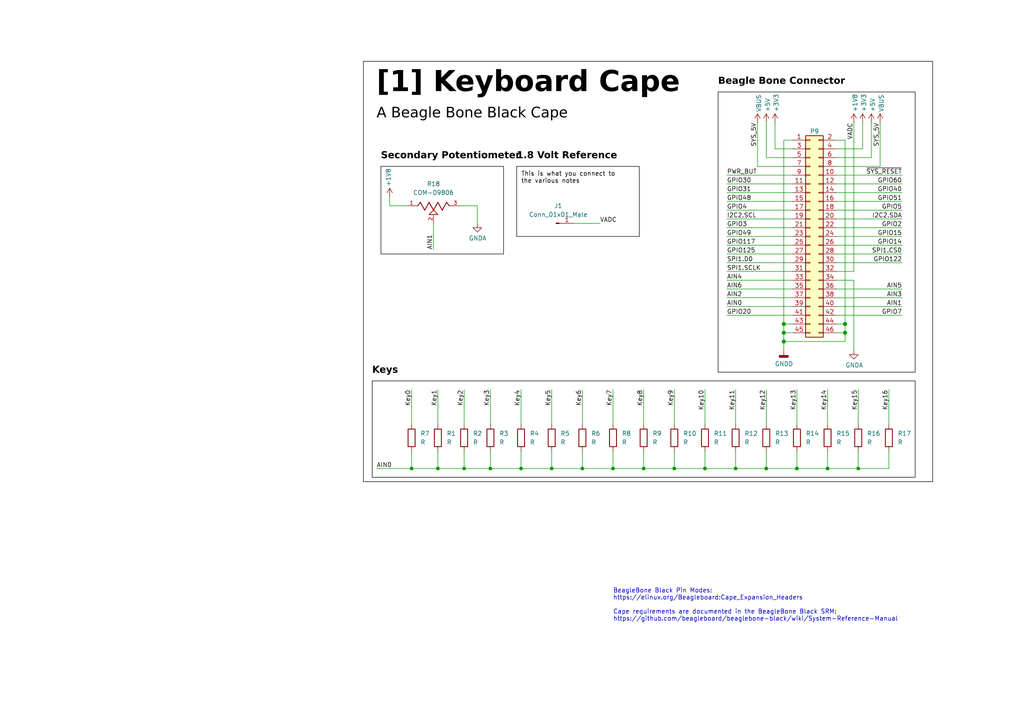
<source format=kicad_sch>
(kicad_sch (version 20230121) (generator eeschema)
  (paper "A4")
  (lib_symbols
    (symbol "COM-09806:COM-09806" (pin_names (offset 1.016))
      (property "Reference" "R" (at -5.08 5.08 0))
      (property "Value" "COM-09806" (at -5.08 2.54 0))
      (symbol "COM-09806_0_0"
        (polyline (pts (xy -5.08 0) (xy -4.572 0)) (stroke (width 0.1524)))
        (polyline (pts (xy -4.572 0) (xy -3.81 1.016)) (stroke (width 0.254)))
        (polyline (pts (xy -3.81 1.016) (xy -2.54 -1.27)) (stroke (width 0.254)))
        (polyline (pts (xy -2.54 -1.27) (xy -1.27 1.016)) (stroke (width 0.254)))
        (polyline (pts (xy -1.27 -2.54) (xy 0 -1.27)) (stroke (width 0.2032)))
        (polyline (pts (xy -1.27 1.016) (xy 0 -1.27)) (stroke (width 0.254)))
        (polyline (pts (xy 0 -1.27) (xy 1.27 -2.54)) (stroke (width 0.2032)))
        (polyline (pts (xy 0 -1.27) (xy 1.27 1.016)) (stroke (width 0.254)))
        (polyline (pts (xy 1.27 -2.54) (xy -1.27 -2.54)) (stroke (width 0.2032)))
        (polyline (pts (xy 1.27 1.016) (xy 2.54 -1.27)) (stroke (width 0.254)))
        (polyline (pts (xy 2.54 -1.27) (xy 3.81 1.016)) (stroke (width 0.254)))
        (polyline (pts (xy 3.81 1.016) (xy 4.572 0)) (stroke (width 0.254)))
        (polyline (pts (xy 4.572 0) (xy 5.08 0)) (stroke (width 0.1524)))
        (pin passive line (at -7.62 0 0) (length 2.54) (name "~") (number "1"))
        (pin passive line (at 0 -5.08 90) (length 2.54) (name "~") (number "2"))
        (pin passive line (at 7.62 0 180) (length 2.54) (name "~") (number "3"))
      )
    )
    (symbol "Connector:Conn_01x01_Male" (pin_names (offset 1.016) hide)
      (property "Reference" "J" (at 0 2.54 0))
      (property "Value" "Conn_01x01_Male" (at 0 -2.54 0))
      (symbol "Conn_01x01_Male_1_1"
        (polyline (pts (xy 1.27 0) (xy 0.8636 0)) (stroke (width 0.1524)))
        (rectangle (start 0.8636 0.127) (end 0 -0.127) (stroke (width 0.1524)) (fill (type outline)))
        (pin passive line (at 5.08 0 180) (length 3.81) (name "Pin_1") (number "1"))
      )
    )
    (symbol "Connector_Generic:Conn_02x23_Odd_Even" (pin_names (offset 1.016) hide)
      (property "Reference" "J" (at 1.27 30.48 0))
      (property "Value" "Conn_02x23_Odd_Even" (at 1.27 -30.48 0))
      (symbol "Conn_02x23_Odd_Even_1_1"
        (rectangle (start -1.27 -27.813) (end 0 -28.067) (stroke (width 0.1524)))
        (rectangle (start -1.27 -25.273) (end 0 -25.527) (stroke (width 0.1524)))
        (rectangle (start -1.27 -22.733) (end 0 -22.987) (stroke (width 0.1524)))
        (rectangle (start -1.27 -20.193) (end 0 -20.447) (stroke (width 0.1524)))
        (rectangle (start -1.27 -17.653) (end 0 -17.907) (stroke (width 0.1524)))
        (rectangle (start -1.27 -15.113) (end 0 -15.367) (stroke (width 0.1524)))
        (rectangle (start -1.27 -12.573) (end 0 -12.827) (stroke (width 0.1524)))
        (rectangle (start -1.27 -10.033) (end 0 -10.287) (stroke (width 0.1524)))
        (rectangle (start -1.27 -7.493) (end 0 -7.747) (stroke (width 0.1524)))
        (rectangle (start -1.27 -4.953) (end 0 -5.207) (stroke (width 0.1524)))
        (rectangle (start -1.27 -2.413) (end 0 -2.667) (stroke (width 0.1524)))
        (rectangle (start -1.27 0.127) (end 0 -0.127) (stroke (width 0.1524)))
        (rectangle (start -1.27 2.667) (end 0 2.413) (stroke (width 0.1524)))
        (rectangle (start -1.27 5.207) (end 0 4.953) (stroke (width 0.1524)))
        (rectangle (start -1.27 7.747) (end 0 7.493) (stroke (width 0.1524)))
        (rectangle (start -1.27 10.287) (end 0 10.033) (stroke (width 0.1524)))
        (rectangle (start -1.27 12.827) (end 0 12.573) (stroke (width 0.1524)))
        (rectangle (start -1.27 15.367) (end 0 15.113) (stroke (width 0.1524)))
        (rectangle (start -1.27 17.907) (end 0 17.653) (stroke (width 0.1524)))
        (rectangle (start -1.27 20.447) (end 0 20.193) (stroke (width 0.1524)))
        (rectangle (start -1.27 22.987) (end 0 22.733) (stroke (width 0.1524)))
        (rectangle (start -1.27 25.527) (end 0 25.273) (stroke (width 0.1524)))
        (rectangle (start -1.27 28.067) (end 0 27.813) (stroke (width 0.1524)))
        (rectangle (start -1.27 29.21) (end 3.81 -29.21) (stroke (width 0.254)) (fill (type background)))
        (rectangle (start 3.81 -27.813) (end 2.54 -28.067) (stroke (width 0.1524)))
        (rectangle (start 3.81 -25.273) (end 2.54 -25.527) (stroke (width 0.1524)))
        (rectangle (start 3.81 -22.733) (end 2.54 -22.987) (stroke (width 0.1524)))
        (rectangle (start 3.81 -20.193) (end 2.54 -20.447) (stroke (width 0.1524)))
        (rectangle (start 3.81 -17.653) (end 2.54 -17.907) (stroke (width 0.1524)))
        (rectangle (start 3.81 -15.113) (end 2.54 -15.367) (stroke (width 0.1524)))
        (rectangle (start 3.81 -12.573) (end 2.54 -12.827) (stroke (width 0.1524)))
        (rectangle (start 3.81 -10.033) (end 2.54 -10.287) (stroke (width 0.1524)))
        (rectangle (start 3.81 -7.493) (end 2.54 -7.747) (stroke (width 0.1524)))
        (rectangle (start 3.81 -4.953) (end 2.54 -5.207) (stroke (width 0.1524)))
        (rectangle (start 3.81 -2.413) (end 2.54 -2.667) (stroke (width 0.1524)))
        (rectangle (start 3.81 0.127) (end 2.54 -0.127) (stroke (width 0.1524)))
        (rectangle (start 3.81 2.667) (end 2.54 2.413) (stroke (width 0.1524)))
        (rectangle (start 3.81 5.207) (end 2.54 4.953) (stroke (width 0.1524)))
        (rectangle (start 3.81 7.747) (end 2.54 7.493) (stroke (width 0.1524)))
        (rectangle (start 3.81 10.287) (end 2.54 10.033) (stroke (width 0.1524)))
        (rectangle (start 3.81 12.827) (end 2.54 12.573) (stroke (width 0.1524)))
        (rectangle (start 3.81 15.367) (end 2.54 15.113) (stroke (width 0.1524)))
        (rectangle (start 3.81 17.907) (end 2.54 17.653) (stroke (width 0.1524)))
        (rectangle (start 3.81 20.447) (end 2.54 20.193) (stroke (width 0.1524)))
        (rectangle (start 3.81 22.987) (end 2.54 22.733) (stroke (width 0.1524)))
        (rectangle (start 3.81 25.527) (end 2.54 25.273) (stroke (width 0.1524)))
        (rectangle (start 3.81 28.067) (end 2.54 27.813) (stroke (width 0.1524)))
        (pin passive line (at -5.08 27.94 0) (length 3.81) (name "Pin_1") (number "1"))
        (pin passive line (at 7.62 17.78 180) (length 3.81) (name "Pin_10") (number "10"))
        (pin passive line (at -5.08 15.24 0) (length 3.81) (name "Pin_11") (number "11"))
        (pin passive line (at 7.62 15.24 180) (length 3.81) (name "Pin_12") (number "12"))
        (pin passive line (at -5.08 12.7 0) (length 3.81) (name "Pin_13") (number "13"))
        (pin passive line (at 7.62 12.7 180) (length 3.81) (name "Pin_14") (number "14"))
        (pin passive line (at -5.08 10.16 0) (length 3.81) (name "Pin_15") (number "15"))
        (pin passive line (at 7.62 10.16 180) (length 3.81) (name "Pin_16") (number "16"))
        (pin passive line (at -5.08 7.62 0) (length 3.81) (name "Pin_17") (number "17"))
        (pin passive line (at 7.62 7.62 180) (length 3.81) (name "Pin_18") (number "18"))
        (pin passive line (at -5.08 5.08 0) (length 3.81) (name "Pin_19") (number "19"))
        (pin passive line (at 7.62 27.94 180) (length 3.81) (name "Pin_2") (number "2"))
        (pin passive line (at 7.62 5.08 180) (length 3.81) (name "Pin_20") (number "20"))
        (pin passive line (at -5.08 2.54 0) (length 3.81) (name "Pin_21") (number "21"))
        (pin passive line (at 7.62 2.54 180) (length 3.81) (name "Pin_22") (number "22"))
        (pin passive line (at -5.08 0 0) (length 3.81) (name "Pin_23") (number "23"))
        (pin passive line (at 7.62 0 180) (length 3.81) (name "Pin_24") (number "24"))
        (pin passive line (at -5.08 -2.54 0) (length 3.81) (name "Pin_25") (number "25"))
        (pin passive line (at 7.62 -2.54 180) (length 3.81) (name "Pin_26") (number "26"))
        (pin passive line (at -5.08 -5.08 0) (length 3.81) (name "Pin_27") (number "27"))
        (pin passive line (at 7.62 -5.08 180) (length 3.81) (name "Pin_28") (number "28"))
        (pin passive line (at -5.08 -7.62 0) (length 3.81) (name "Pin_29") (number "29"))
        (pin passive line (at -5.08 25.4 0) (length 3.81) (name "Pin_3") (number "3"))
        (pin passive line (at 7.62 -7.62 180) (length 3.81) (name "Pin_30") (number "30"))
        (pin passive line (at -5.08 -10.16 0) (length 3.81) (name "Pin_31") (number "31"))
        (pin passive line (at 7.62 -10.16 180) (length 3.81) (name "Pin_32") (number "32"))
        (pin passive line (at -5.08 -12.7 0) (length 3.81) (name "Pin_33") (number "33"))
        (pin passive line (at 7.62 -12.7 180) (length 3.81) (name "Pin_34") (number "34"))
        (pin passive line (at -5.08 -15.24 0) (length 3.81) (name "Pin_35") (number "35"))
        (pin passive line (at 7.62 -15.24 180) (length 3.81) (name "Pin_36") (number "36"))
        (pin passive line (at -5.08 -17.78 0) (length 3.81) (name "Pin_37") (number "37"))
        (pin passive line (at 7.62 -17.78 180) (length 3.81) (name "Pin_38") (number "38"))
        (pin passive line (at -5.08 -20.32 0) (length 3.81) (name "Pin_39") (number "39"))
        (pin passive line (at 7.62 25.4 180) (length 3.81) (name "Pin_4") (number "4"))
        (pin passive line (at 7.62 -20.32 180) (length 3.81) (name "Pin_40") (number "40"))
        (pin passive line (at -5.08 -22.86 0) (length 3.81) (name "Pin_41") (number "41"))
        (pin passive line (at 7.62 -22.86 180) (length 3.81) (name "Pin_42") (number "42"))
        (pin passive line (at -5.08 -25.4 0) (length 3.81) (name "Pin_43") (number "43"))
        (pin passive line (at 7.62 -25.4 180) (length 3.81) (name "Pin_44") (number "44"))
        (pin passive line (at -5.08 -27.94 0) (length 3.81) (name "Pin_45") (number "45"))
        (pin passive line (at 7.62 -27.94 180) (length 3.81) (name "Pin_46") (number "46"))
        (pin passive line (at -5.08 22.86 0) (length 3.81) (name "Pin_5") (number "5"))
        (pin passive line (at 7.62 22.86 180) (length 3.81) (name "Pin_6") (number "6"))
        (pin passive line (at -5.08 20.32 0) (length 3.81) (name "Pin_7") (number "7"))
        (pin passive line (at 7.62 20.32 180) (length 3.81) (name "Pin_8") (number "8"))
        (pin passive line (at -5.08 17.78 0) (length 3.81) (name "Pin_9") (number "9"))
      )
    )
    (symbol "Resistors:R" (pin_numbers hide)
      (property "Reference" "R" (at 2.54 0 90))
      (property "Value" "R" (at 0 0 90))
      (symbol "R_0_1"
        (rectangle (start -1.016 2.54) (end 1.016 -2.54) (stroke (width 0.254)))
      )
      (symbol "R_1_1"
        (pin passive line (at 0 3.81 270) (length 1.27) (name "~") (number "1"))
        (pin passive line (at 0 -3.81 90) (length 1.27) (name "~") (number "2"))
      )
    )
    (symbol "power:+1V8" (power) (pin_names (offset 0))
      (property "Value" "+1V8" (at 0 3.556 0))
      (symbol "+1V8_0_1"
        (polyline (pts (xy -0.762 1.27) (xy 0 2.54)))
        (polyline (pts (xy 0 0) (xy 0 2.54)))
        (polyline (pts (xy 0 2.54) (xy 0.762 1.27)))
      )
      (symbol "+1V8_1_1"
        (pin power_in line (at 0 0 90) (length 0) hide (name "+1V8") (number "1"))
      )
    )
    (symbol "power:+3.3V" (power) (pin_names (offset 0))
      (property "Value" "+3.3V" (at 0 3.556 0))
      (symbol "+3.3V_0_1"
        (polyline (pts (xy -0.762 1.27) (xy 0 2.54)))
        (polyline (pts (xy 0 0) (xy 0 2.54)))
        (polyline (pts (xy 0 2.54) (xy 0.762 1.27)))
      )
      (symbol "+3.3V_1_1"
        (pin power_in line (at 0 0 90) (length 0) hide (name "+3V3") (number "1"))
      )
    )
    (symbol "power:+5V" (power) (pin_names (offset 0))
      (property "Value" "+5V" (at 0 3.556 0))
      (symbol "+5V_0_1"
        (polyline (pts (xy -0.762 1.27) (xy 0 2.54)))
        (polyline (pts (xy 0 0) (xy 0 2.54)))
        (polyline (pts (xy 0 2.54) (xy 0.762 1.27)))
      )
      (symbol "+5V_1_1"
        (pin power_in line (at 0 0 90) (length 0) hide (name "+5V") (number "1"))
      )
    )
    (symbol "power:GNDA" (power) (pin_names (offset 0))
      (property "Value" "GNDA" (at 0 -3.81 0))
      (symbol "GNDA_0_1"
        (polyline (pts (xy 0 0) (xy 0 -1.27) (xy 1.27 -1.27) (xy 0 -2.54) (xy -1.27 -1.27) (xy 0 -1.27)))
      )
      (symbol "GNDA_1_1"
        (pin power_in line (at 0 0 270) (length 0) hide (name "GNDA") (number "1"))
      )
    )
    (symbol "power:GNDD" (power) (pin_names (offset 0))
      (property "Value" "GNDD" (at 0 -3.175 0))
      (symbol "GNDD_0_1"
        (rectangle (start -1.27 -1.524) (end 1.27 -2.032) (stroke (width 0.254)) (fill (type outline)))
        (polyline (pts (xy 0 0) (xy 0 -1.524)))
      )
      (symbol "GNDD_1_1"
        (pin power_in line (at 0 0 270) (length 0) hide (name "GNDD") (number "1"))
      )
    )
    (symbol "power:VBUS" (power) (pin_names (offset 0))
      (property "Value" "VBUS" (at 0 3.81 0))
      (symbol "VBUS_0_1"
        (polyline (pts (xy -0.762 1.27) (xy 0 2.54)))
        (polyline (pts (xy 0 0) (xy 0 2.54)))
        (polyline (pts (xy 0 2.54) (xy 0.762 1.27)))
      )
      (symbol "VBUS_1_1"
        (pin power_in line (at 0 0 90) (length 0) hide (name "VBUS") (number "1"))
      )
    )
  )
  (junction (at 142.24 135.89))
  (junction (at 186.69 135.89))
  (junction (at 177.8 135.89))
  (junction (at 127 135.89))
  (junction (at 204.47 135.89))
  (junction (at 227.33 96.52) (diameter 1.016))
  (junction (at 213.36 135.89))
  (junction (at 227.33 93.98) (diameter 1.016))
  (junction (at 245.11 96.52) (diameter 1.016))
  (junction (at 240.03 135.89))
  (junction (at 160.02 135.89))
  (junction (at 119.38 135.89))
  (junction (at 134.62 135.89))
  (junction (at 227.33 99.06) (diameter 1.016))
  (junction (at 168.91 135.89))
  (junction (at 248.92 135.89))
  (junction (at 245.11 93.98) (diameter 1.016))
  (junction (at 231.14 135.89))
  (junction (at 195.58 135.89))
  (junction (at 151.13 135.89))
  (junction (at 222.25 135.89))
  (wire (pts (xy 210.82 76.2) (xy 229.87 76.2)))
  (wire (pts (xy 119.38 135.89) (xy 119.38 130.81)))
  (wire (pts (xy 242.57 76.2) (xy 261.62 76.2)))
  (wire (pts (xy 229.87 45.72) (xy 222.25 45.72)))
  (wire (pts (xy 247.65 81.28) (xy 247.65 101.6)))
  (wire (pts (xy 229.87 48.26) (xy 219.71 48.26)))
  (wire (pts (xy 119.38 135.89) (xy 127 135.89)))
  (wire (pts (xy 227.33 93.98) (xy 229.87 93.98)))
  (wire (pts (xy 227.33 96.52) (xy 227.33 93.98)))
  (wire (pts (xy 242.57 91.44) (xy 261.62 91.44)))
  (wire (pts (xy 142.24 113.03) (xy 142.24 123.19)))
  (wire (pts (xy 195.58 135.89) (xy 195.58 130.81)))
  (wire (pts (xy 242.57 86.36) (xy 261.62 86.36)))
  (wire (pts (xy 242.57 71.12) (xy 261.62 71.12)))
  (wire (pts (xy 210.82 78.74) (xy 229.87 78.74)))
  (wire (pts (xy 134.62 135.89) (xy 142.24 135.89)))
  (wire (pts (xy 213.36 135.89) (xy 213.36 130.81)))
  (wire (pts (xy 257.81 135.89) (xy 257.81 130.81)))
  (wire (pts (xy 151.13 135.89) (xy 151.13 130.81)))
  (wire (pts (xy 242.57 88.9) (xy 261.62 88.9)))
  (wire (pts (xy 231.14 135.89) (xy 240.03 135.89)))
  (wire (pts (xy 242.57 81.28) (xy 247.65 81.28)))
  (wire (pts (xy 227.33 99.06) (xy 245.11 99.06)))
  (wire (pts (xy 160.02 113.03) (xy 160.02 123.19)))
  (wire (pts (xy 210.82 58.42) (xy 229.87 58.42)))
  (wire (pts (xy 186.69 135.89) (xy 195.58 135.89)))
  (wire (pts (xy 160.02 135.89) (xy 168.91 135.89)))
  (wire (pts (xy 177.8 135.89) (xy 177.8 130.81)))
  (wire (pts (xy 229.87 43.18) (xy 224.79 43.18)))
  (wire (pts (xy 109.22 135.89) (xy 119.38 135.89)))
  (wire (pts (xy 210.82 55.88) (xy 229.87 55.88)))
  (wire (pts (xy 210.82 68.58) (xy 229.87 68.58)))
  (wire (pts (xy 134.62 135.89) (xy 134.62 130.81)))
  (wire (pts (xy 222.25 135.89) (xy 222.25 130.81)))
  (wire (pts (xy 242.57 48.26) (xy 255.27 48.26)))
  (wire (pts (xy 127 135.89) (xy 134.62 135.89)))
  (wire (pts (xy 151.13 113.03) (xy 151.13 123.19)))
  (wire (pts (xy 177.8 135.89) (xy 186.69 135.89)))
  (wire (pts (xy 127 113.03) (xy 127 123.19)))
  (wire (pts (xy 210.82 88.9) (xy 229.87 88.9)))
  (wire (pts (xy 222.25 45.72) (xy 222.25 35.56)))
  (wire (pts (xy 125.73 64.77) (xy 125.73 72.39)))
  (wire (pts (xy 248.92 113.03) (xy 248.92 123.19)))
  (wire (pts (xy 248.92 135.89) (xy 248.92 130.81)))
  (wire (pts (xy 242.57 43.18) (xy 250.19 43.18)))
  (wire (pts (xy 252.73 45.72) (xy 252.73 35.56)))
  (wire (pts (xy 186.69 135.89) (xy 186.69 130.81)))
  (wire (pts (xy 250.19 43.18) (xy 250.19 35.56)))
  (wire (pts (xy 240.03 113.03) (xy 240.03 123.19)))
  (wire (pts (xy 224.79 43.18) (xy 224.79 35.56)))
  (wire (pts (xy 133.35 59.69) (xy 138.43 59.69)))
  (wire (pts (xy 177.8 113.03) (xy 177.8 123.19)))
  (wire (pts (xy 231.14 135.89) (xy 231.14 130.81)))
  (wire (pts (xy 242.57 63.5) (xy 261.62 63.5)))
  (wire (pts (xy 231.14 113.03) (xy 231.14 123.19)))
  (wire (pts (xy 210.82 83.82) (xy 229.87 83.82)))
  (wire (pts (xy 240.03 135.89) (xy 240.03 130.81)))
  (wire (pts (xy 222.25 113.03) (xy 222.25 123.19)))
  (wire (pts (xy 240.03 135.89) (xy 248.92 135.89)))
  (wire (pts (xy 219.71 48.26) (xy 219.71 35.56)))
  (wire (pts (xy 210.82 73.66) (xy 229.87 73.66)))
  (wire (pts (xy 242.57 93.98) (xy 245.11 93.98)))
  (wire (pts (xy 245.11 93.98) (xy 245.11 96.52)))
  (wire (pts (xy 245.11 96.52) (xy 245.11 99.06)))
  (wire (pts (xy 242.57 73.66) (xy 261.62 73.66)))
  (wire (pts (xy 242.57 55.88) (xy 261.62 55.88)))
  (wire (pts (xy 242.57 40.64) (xy 245.11 40.64)))
  (wire (pts (xy 248.92 135.89) (xy 257.81 135.89)))
  (wire (pts (xy 210.82 66.04) (xy 229.87 66.04)))
  (wire (pts (xy 168.91 135.89) (xy 177.8 135.89)))
  (wire (pts (xy 257.81 113.03) (xy 257.81 123.19)))
  (wire (pts (xy 242.57 60.96) (xy 261.62 60.96)))
  (wire (pts (xy 247.65 35.56) (xy 247.65 78.74)))
  (wire (pts (xy 245.11 40.64) (xy 245.11 93.98)))
  (wire (pts (xy 242.57 68.58) (xy 261.62 68.58)))
  (wire (pts (xy 138.43 59.69) (xy 138.43 64.77)))
  (wire (pts (xy 210.82 91.44) (xy 229.87 91.44)))
  (wire (pts (xy 242.57 66.04) (xy 261.62 66.04)))
  (wire (pts (xy 210.82 60.96) (xy 229.87 60.96)))
  (wire (pts (xy 168.91 135.89) (xy 168.91 130.81)))
  (wire (pts (xy 168.91 113.03) (xy 168.91 123.19)))
  (wire (pts (xy 119.38 113.03) (xy 119.38 123.19)))
  (wire (pts (xy 213.36 113.03) (xy 213.36 123.19)))
  (wire (pts (xy 195.58 113.03) (xy 195.58 123.19)))
  (wire (pts (xy 166.37 64.77) (xy 173.99 64.77)))
  (wire (pts (xy 213.36 135.89) (xy 222.25 135.89)))
  (wire (pts (xy 255.27 35.56) (xy 255.27 48.26)))
  (wire (pts (xy 204.47 113.03) (xy 204.47 123.19)))
  (wire (pts (xy 227.33 40.64) (xy 227.33 93.98)))
  (wire (pts (xy 229.87 40.64) (xy 227.33 40.64)))
  (wire (pts (xy 210.82 53.34) (xy 229.87 53.34)))
  (wire (pts (xy 127 135.89) (xy 127 130.81)))
  (wire (pts (xy 195.58 135.89) (xy 204.47 135.89)))
  (wire (pts (xy 113.03 57.15) (xy 113.03 59.69)))
  (wire (pts (xy 210.82 71.12) (xy 229.87 71.12)))
  (wire (pts (xy 227.33 96.52) (xy 229.87 96.52)))
  (wire (pts (xy 227.33 99.06) (xy 227.33 96.52)))
  (wire (pts (xy 227.33 101.6) (xy 227.33 99.06)))
  (wire (pts (xy 210.82 81.28) (xy 229.87 81.28)))
  (wire (pts (xy 160.02 135.89) (xy 160.02 130.81)))
  (wire (pts (xy 242.57 53.34) (xy 261.62 53.34)))
  (wire (pts (xy 142.24 135.89) (xy 142.24 130.81)))
  (wire (pts (xy 222.25 135.89) (xy 231.14 135.89)))
  (wire (pts (xy 186.69 113.03) (xy 186.69 123.19)))
  (wire (pts (xy 151.13 135.89) (xy 160.02 135.89)))
  (wire (pts (xy 242.57 45.72) (xy 252.73 45.72)))
  (wire (pts (xy 210.82 50.8) (xy 229.87 50.8)))
  (wire (pts (xy 242.57 83.82) (xy 261.62 83.82)))
  (wire (pts (xy 142.24 135.89) (xy 151.13 135.89)))
  (wire (pts (xy 242.57 58.42) (xy 261.62 58.42)))
  (wire (pts (xy 134.62 113.03) (xy 134.62 123.19)))
  (wire (pts (xy 113.03 59.69) (xy 118.11 59.69)))
  (wire (pts (xy 242.57 50.8) (xy 261.62 50.8)))
  (wire (pts (xy 204.47 135.89) (xy 213.36 135.89)))
  (wire (pts (xy 210.82 63.5) (xy 229.87 63.5)))
  (wire (pts (xy 242.57 78.74) (xy 247.65 78.74)))
  (wire (pts (xy 210.82 86.36) (xy 229.87 86.36)))
  (wire (pts (xy 242.57 96.52) (xy 245.11 96.52)))
  (wire (pts (xy 204.47 135.89) (xy 204.47 130.81)))
  (rectangle (start 110.49 48.26) (end 146.05 73.66) (stroke (width 0) (color 0 0 0 1)))
  (rectangle (start 107.95 110.49) (end 265.43 138.43) (stroke (width 0) (color 0 0 0 1)))
  (rectangle (start 208.28 26.67) (end 265.43 107.95) (stroke (width 0) (color 0 0 0 1)))
  (rectangle (start 149.86 48.26) (end 185.42 68.58) (stroke (width 0) (color 0 0 0 1)))
  (rectangle (start 105.41 17.78) (end 270.51 139.7) (stroke (width 0) (color 0 0 0 1)))
  (text "Keys" (at 107.95 109.22 0) (effects (font (size 2 2) (thickness 0.254) bold) (justify left bottom)))
  (text "BeagleBone Black Pin Modes:\nhttps://elinux.org/Beagleboard:Cape_Expansion_Headers\n\nCape requirements are documented in the BeagleBone Black SRM:\nhttps://github.com/beagleboard/beaglebone-black/wiki/System-Reference-Manual" (at 177.8 180.34 0) (effects (font (size 1.27 1.27)) (justify left bottom)))
  (text "Beagle Bone Connector" (at 208.28 25.4 0) (effects (font (size 2 2) (thickness 0.254) bold) (justify left bottom)))
  (text "Secondary Potentiometer" (at 110.49 46.99 0) (effects (font (size 2 2) (thickness 0.254) bold) (justify left bottom)))
  (text "1.8 Volt Reference" (at 149.86 46.99 0) (effects (font (size 2 2) (thickness 0.254) bold) (justify left bottom)))
  (text "[1] Keyboard Cape" (at 109.22 29.21 0) (effects (font (size 6 6) (thickness 1.2) bold) (justify left bottom)))
  (text "This is what you connect to \nthe various notes" (at 151.13 53.34 0) (effects (font (size 1.27 1.27)) (justify left bottom)))
  (text "A Beagle Bone Black Cape" (at 109.22 35.56 0) (effects (font (size 3 3)) (justify left bottom)))
  (label "AIN4" (at 210.82 81.28 0))
  (label "GPIO125" (at 210.82 73.66 0))
  (label "GPIO5" (at 261.62 60.96 180))
  (label "VADC" (at 247.65 35.56 270))
  (label "SPI1.CS0" (at 261.62 73.66 180))
  (label "Key16" (at 257.81 113.03 270))
  (label "Key4" (at 151.13 113.03 270))
  (label "Key5" (at 160.02 113.03 270))
  (label "Key10" (at 204.47 113.03 270))
  (label "I2C2.SDA" (at 261.62 63.5 180))
  (label "Key11" (at 213.36 113.03 270))
  (label "Key9" (at 195.58 113.03 270))
  (label "SPI1.SCLK" (at 210.82 78.74 0))
  (label "GPIO117" (at 210.82 71.12 0))
  (label "VADC" (at 173.99 64.77 0))
  (label "PWR_BUT" (at 210.82 50.8 0))
  (label "Key2" (at 134.62 113.03 270))
  (label "~{SYS_RESET}" (at 261.62 50.8 180))
  (label "GPIO30" (at 210.82 53.34 0))
  (label "GPIO4" (at 210.82 60.96 0))
  (label "Key3" (at 142.24 113.03 270))
  (label "GPIO7" (at 261.62 91.44 180))
  (label "Key14" (at 240.03 113.03 270))
  (label "AIN6" (at 210.82 83.82 0))
  (label "GPIO15" (at 261.62 68.58 180))
  (label "SPI1.D0" (at 210.82 76.2 0))
  (label "SYS_5V" (at 255.27 35.56 270))
  (label "AIN5" (at 261.62 83.82 180))
  (label "GPIO51" (at 261.62 58.42 180))
  (label "Key8" (at 186.69 113.03 270))
  (label "Key0" (at 119.38 113.03 270))
  (label "GPIO2" (at 261.62 66.04 180))
  (label "GPIO31" (at 210.82 55.88 0))
  (label "GPIO20" (at 210.82 91.44 0))
  (label "Key13" (at 231.14 113.03 270))
  (label "Key7" (at 177.8 113.03 270))
  (label "GPIO40" (at 261.62 55.88 180))
  (label "AIN0" (at 109.22 135.89 0))
  (label "I2C2.SCL" (at 210.82 63.5 0))
  (label "GPIO49" (at 210.82 68.58 0))
  (label "AIN2" (at 210.82 86.36 0))
  (label "GPIO122" (at 261.62 76.2 180))
  (label "AIN0" (at 210.82 88.9 0))
  (label "Key1" (at 127 113.03 270))
  (label "GPIO14" (at 261.62 71.12 180))
  (label "GPIO3" (at 210.82 66.04 0))
  (label "GPIO60" (at 261.62 53.34 180))
  (label "Key6" (at 168.91 113.03 270))
  (label "AIN3" (at 261.62 86.36 180))
  (label "Key12" (at 222.25 113.03 270))
  (label "AIN1" (at 125.73 72.39 90))
  (label "GPIO48" (at 210.82 58.42 0))
  (label "AIN1" (at 261.62 88.9 180))
  (label "SYS_5V" (at 219.71 35.56 270))
  (label "Key15" (at 248.92 113.03 270))
  (symbol (lib_id "power:+3.3V") (at 250.19 35.56 0) (unit 1)
    (property "Reference" "#PWR06" (effects hide))
    (property "Value" "+3V3" (at 250.5456 32.512 90) (effects (justify left)))
  )
  (symbol (lib_id "power:+5V") (at 252.73 35.56 0) (unit 1)
    (property "Reference" "#PWR07" (effects hide))
    (property "Value" "+5V" (at 253.111 32.512 90) (effects (justify left)))
  )
  (symbol (lib_id "power:+3.3V") (at 224.79 35.56 0) (unit 1)
    (property "Reference" "#PWR08" (effects hide))
    (property "Value" "+3V3" (at 225.1456 32.512 90) (effects (justify left)))
  )
  (symbol (lib_id "power:+5V") (at 222.25 35.56 0) (unit 1)
    (property "Reference" "#PWR09" (effects hide))
    (property "Value" "+5V" (at 222.631 32.512 90) (effects (justify left)))
  )
  (symbol (lib_id "Connector_Generic:Conn_02x23_Odd_Even") (at 234.95 68.58 0) (unit 1)
    (property "Reference" "P9" (at 236.22 38.1 0))
    (property "Value" "BeagleBone_Black_Header" (effects hide))
    (property "Footprint" "Connector_PinHeader_2.54mm:PinHeader_2x23_P2.54mm_Vertical" (effects hide))
  )
  (symbol (lib_id "power:GNDA") (at 247.65 101.6 0) (unit 1)
    (property "Reference" "#PWR0107" (effects hide))
    (property "Value" "GNDA" (at 247.7643 105.9244 0))
  )
  (symbol (lib_id "Resistors:R") (at 231.14 127 0) (unit 1)
    (property "Reference" "R14" (at 233.68 125.73 0) (effects (justify left)))
    (property "Value" "R" (at 233.68 128.27 0) (effects (justify left)))
    (property "Footprint" "Resistor_SMD:R_1206_3216Metric" (effects hide))
  )
  (symbol (lib_id "Resistors:R") (at 160.02 127 0) (unit 1)
    (property "Reference" "R5" (at 162.56 125.73 0) (effects (justify left)))
    (property "Value" "R" (at 162.56 128.27 0) (effects (justify left)))
    (property "Footprint" "Resistor_SMD:R_1206_3216Metric" (effects hide))
  )
  (symbol (lib_id "Resistors:R") (at 134.62 127 0) (unit 1)
    (property "Reference" "R2" (at 137.16 125.73 0) (effects (justify left)))
    (property "Value" "R" (at 137.16 128.27 0) (effects (justify left)))
    (property "Footprint" "Resistor_SMD:R_1206_3216Metric" (effects hide))
  )
  (symbol (lib_id "Resistors:R") (at 186.69 127 0) (unit 1)
    (property "Reference" "R9" (at 189.23 125.73 0) (effects (justify left)))
    (property "Value" "R" (at 189.23 128.27 0) (effects (justify left)))
    (property "Footprint" "Resistor_SMD:R_1206_3216Metric" (effects hide))
  )
  (symbol (lib_id "Resistors:R") (at 257.81 127 0) (unit 1)
    (property "Reference" "R17" (at 260.35 125.73 0) (effects (justify left)))
    (property "Value" "R" (at 260.35 128.27 0) (effects (justify left)))
    (property "Footprint" "Resistor_SMD:R_1206_3216Metric" (effects hide))
  )
  (symbol (lib_id "Connector:Conn_01x01_Male") (at 161.29 64.77 0) (unit 1)
    (property "Reference" "J1" (at 161.925 59.69 0))
    (property "Value" "Conn_01x01_Male" (at 161.925 62.23 0))
    (property "Footprint" "Connector_Pin:Pin_D1.0mm_L10.0mm" (effects hide))
  )
  (symbol (lib_id "Resistors:R") (at 195.58 127 0) (unit 1)
    (property "Reference" "R10" (at 198.12 125.73 0) (effects (justify left)))
    (property "Value" "R" (at 198.12 128.27 0) (effects (justify left)))
    (property "Footprint" "Resistor_SMD:R_1206_3216Metric" (effects hide))
  )
  (symbol (lib_id "COM-09806:COM-09806") (at 125.73 59.69 0) (unit 1)
    (property "Reference" "R18" (at 125.73 53.34 0))
    (property "Value" "COM-09806" (at 125.73 55.88 0))
    (property "Footprint" "Project:TRIM_COM-09806" (effects hide))
    (property "PARTREV" "N/A" (effects hide))
    (property "STANDARD" "Manufacturer Recommendations" (effects hide))
    (property "MAXIMUM_PACKAGE_HEIGHT" "5.08 mm" (effects hide))
    (property "MANUFACTURER" "Sparkfun" (effects hide))
  )
  (symbol (lib_id "power:+1V8") (at 113.03 57.15 0) (mirror y) (unit 1)
    (property "Reference" "#PWR01" (effects hide))
    (property "Value" "+1V8" (at 112.6744 54.102 90) (effects (justify left)))
  )
  (symbol (lib_id "Resistors:R") (at 142.24 127 0) (unit 1)
    (property "Reference" "R3" (at 144.78 125.73 0) (effects (justify left)))
    (property "Value" "R" (at 144.78 128.27 0) (effects (justify left)))
    (property "Footprint" "Resistor_SMD:R_1206_3216Metric" (effects hide))
  )
  (symbol (lib_id "power:+1V8") (at 247.65 35.56 0) (unit 1)
    (property "Reference" "#PWR0104" (effects hide))
    (property "Value" "+1V8" (at 248.0056 32.512 90) (effects (justify left)))
  )
  (symbol (lib_id "Resistors:R") (at 213.36 127 0) (unit 1)
    (property "Reference" "R12" (at 215.9 125.73 0) (effects (justify left)))
    (property "Value" "R" (at 215.9 128.27 0) (effects (justify left)))
    (property "Footprint" "Resistor_SMD:R_1206_3216Metric" (effects hide))
  )
  (symbol (lib_id "power:GNDA") (at 138.43 64.77 0) (unit 1)
    (property "Reference" "#PWR02" (effects hide))
    (property "Value" "GNDA" (at 138.5443 69.0944 0))
  )
  (symbol (lib_id "Resistors:R") (at 127 127 0) (unit 1)
    (property "Reference" "R1" (at 129.54 125.73 0) (effects (justify left)))
    (property "Value" "R" (at 129.54 128.27 0) (effects (justify left)))
    (property "Footprint" "Resistor_SMD:R_1206_3216Metric" (effects hide))
  )
  (symbol (lib_id "Resistors:R") (at 204.47 127 0) (unit 1)
    (property "Reference" "R11" (at 207.01 125.73 0) (effects (justify left)))
    (property "Value" "R" (at 207.01 128.27 0) (effects (justify left)))
    (property "Footprint" "Resistor_SMD:R_1206_3216Metric" (effects hide))
  )
  (symbol (lib_id "Resistors:R") (at 168.91 127 0) (unit 1)
    (property "Reference" "R6" (at 171.45 125.73 0) (effects (justify left)))
    (property "Value" "R" (at 171.45 128.27 0) (effects (justify left)))
    (property "Footprint" "Resistor_SMD:R_1206_3216Metric" (effects hide))
  )
  (symbol (lib_id "Resistors:R") (at 151.13 127 0) (unit 1)
    (property "Reference" "R4" (at 153.67 125.73 0) (effects (justify left)))
    (property "Value" "R" (at 153.67 128.27 0) (effects (justify left)))
    (property "Footprint" "Resistor_SMD:R_1206_3216Metric" (effects hide))
  )
  (symbol (lib_id "Resistors:R") (at 222.25 127 0) (unit 1)
    (property "Reference" "R13" (at 224.79 125.73 0) (effects (justify left)))
    (property "Value" "R" (at 224.79 128.27 0) (effects (justify left)))
    (property "Footprint" "Resistor_SMD:R_1206_3216Metric" (effects hide))
  )
  (symbol (lib_id "power:VBUS") (at 255.27 35.56 0) (unit 1)
    (property "Reference" "#PWR0105" (effects hide))
    (property "Value" "VBUS" (at 255.651 32.512 90) (effects (justify left)))
  )
  (symbol (lib_id "Resistors:R") (at 177.8 127 0) (unit 1)
    (property "Reference" "R8" (at 180.34 125.73 0) (effects (justify left)))
    (property "Value" "R" (at 180.34 128.27 0) (effects (justify left)))
    (property "Footprint" "Resistor_SMD:R_1206_3216Metric" (effects hide))
  )
  (symbol (lib_id "power:VBUS") (at 219.71 35.56 0) (unit 1)
    (property "Reference" "#PWR0103" (effects hide))
    (property "Value" "VBUS" (at 220.091 32.512 90) (effects (justify left)))
  )
  (symbol (lib_id "power:GNDD") (at 227.33 101.6 0) (unit 1)
    (property "Reference" "#PWR0106" (effects hide))
    (property "Value" "GNDD" (at 227.3808 105.5434 0))
  )
  (symbol (lib_id "Resistors:R") (at 119.38 127 0) (unit 1)
    (property "Reference" "R7" (at 121.92 125.73 0) (effects (justify left)))
    (property "Value" "R" (at 121.92 128.27 0) (effects (justify left)))
    (property "Footprint" "Resistor_SMD:R_1206_3216Metric" (effects hide))
  )
  (symbol (lib_id "Resistors:R") (at 240.03 127 0) (unit 1)
    (property "Reference" "R15" (at 242.57 125.73 0) (effects (justify left)))
    (property "Value" "R" (at 242.57 128.27 0) (effects (justify left)))
    (property "Footprint" "Resistor_SMD:R_1206_3216Metric" (effects hide))
  )
  (symbol (lib_id "Resistors:R") (at 248.92 127 0) (unit 1)
    (property "Reference" "R16" (at 251.46 125.73 0) (effects (justify left)))
    (property "Value" "R" (at 251.46 128.27 0) (effects (justify left)))
    (property "Footprint" "Resistor_SMD:R_1206_3216Metric" (effects hide))
  )
)
</source>
